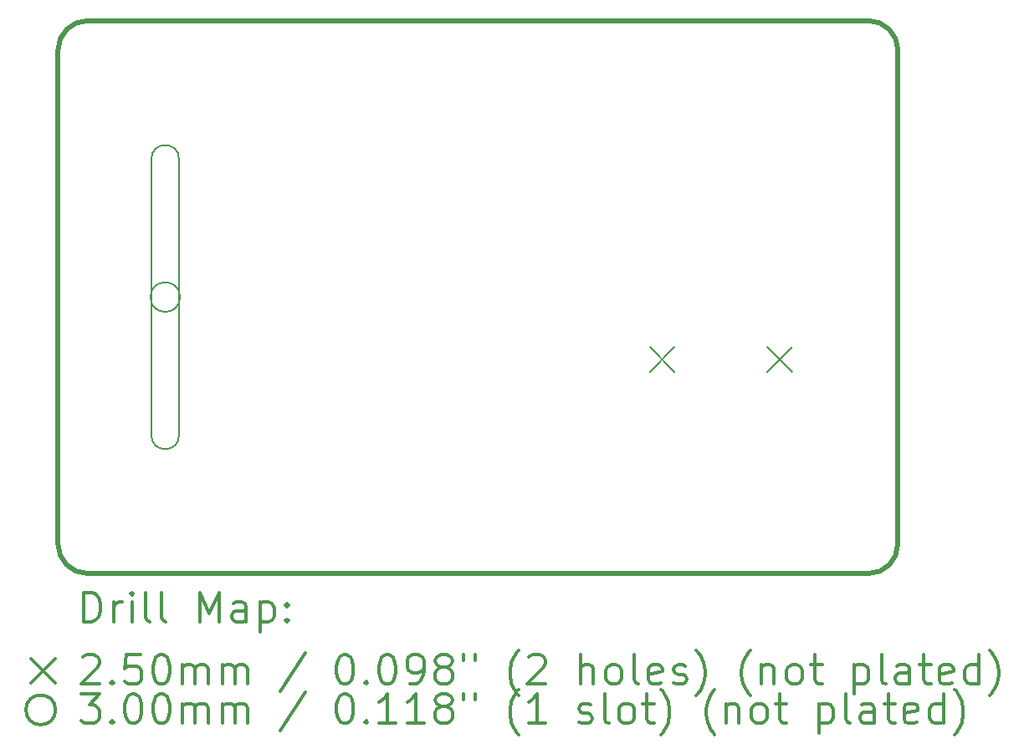
<source format=gbr>
%FSLAX45Y45*%
G04 Gerber Fmt 4.5, Leading zero omitted, Abs format (unit mm)*
G04 Created by KiCad (PCBNEW 5.1.6-c6e7f7d~87~ubuntu18.04.1) date 2020-07-27 17:04:36*
%MOMM*%
%LPD*%
G01*
G04 APERTURE LIST*
%TA.AperFunction,Profile*%
%ADD10C,0.500000*%
%TD*%
%ADD11C,0.200000*%
%ADD12C,0.300000*%
G04 APERTURE END LIST*
D10*
X8200000Y0D02*
X300000Y0D01*
X8200000Y5600000D02*
X300000Y5600000D01*
X300000Y0D02*
G75*
G02*
X0Y300000I0J300000D01*
G01*
X0Y300000D02*
X0Y5300000D01*
X0Y5300000D02*
G75*
G02*
X300000Y5600000I300000J0D01*
G01*
X8200000Y5600000D02*
G75*
G02*
X8500000Y5300000I0J-300000D01*
G01*
X8500000Y300000D02*
G75*
G02*
X8200000Y0I-300000J0D01*
G01*
X8500000Y5300000D02*
X8500000Y300000D01*
D11*
X5990000Y2295000D02*
X6240000Y2045000D01*
X6240000Y2295000D02*
X5990000Y2045000D01*
X7180000Y2295000D02*
X7430000Y2045000D01*
X7430000Y2295000D02*
X7180000Y2045000D01*
X1235000Y2800000D02*
G75*
G03*
X1235000Y2800000I-150000J0D01*
G01*
X1225000Y1400000D02*
X1225000Y4200000D01*
X945000Y1400000D02*
X945000Y4200000D01*
X1225000Y4200000D02*
G75*
G03*
X945000Y4200000I-140000J0D01*
G01*
X945000Y1400000D02*
G75*
G03*
X1225000Y1400000I140000J0D01*
G01*
D12*
X261428Y-490714D02*
X261428Y-190714D01*
X332857Y-190714D01*
X375714Y-205000D01*
X404285Y-233571D01*
X418571Y-262143D01*
X432857Y-319286D01*
X432857Y-362143D01*
X418571Y-419286D01*
X404285Y-447857D01*
X375714Y-476429D01*
X332857Y-490714D01*
X261428Y-490714D01*
X561428Y-490714D02*
X561428Y-290714D01*
X561428Y-347857D02*
X575714Y-319286D01*
X590000Y-305000D01*
X618571Y-290714D01*
X647143Y-290714D01*
X747143Y-490714D02*
X747143Y-290714D01*
X747143Y-190714D02*
X732857Y-205000D01*
X747143Y-219286D01*
X761428Y-205000D01*
X747143Y-190714D01*
X747143Y-219286D01*
X932857Y-490714D02*
X904285Y-476429D01*
X890000Y-447857D01*
X890000Y-190714D01*
X1090000Y-490714D02*
X1061428Y-476429D01*
X1047143Y-447857D01*
X1047143Y-190714D01*
X1432857Y-490714D02*
X1432857Y-190714D01*
X1532857Y-405000D01*
X1632857Y-190714D01*
X1632857Y-490714D01*
X1904285Y-490714D02*
X1904285Y-333572D01*
X1890000Y-305000D01*
X1861428Y-290714D01*
X1804285Y-290714D01*
X1775714Y-305000D01*
X1904285Y-476429D02*
X1875714Y-490714D01*
X1804285Y-490714D01*
X1775714Y-476429D01*
X1761428Y-447857D01*
X1761428Y-419286D01*
X1775714Y-390714D01*
X1804285Y-376429D01*
X1875714Y-376429D01*
X1904285Y-362143D01*
X2047143Y-290714D02*
X2047143Y-590714D01*
X2047143Y-305000D02*
X2075714Y-290714D01*
X2132857Y-290714D01*
X2161428Y-305000D01*
X2175714Y-319286D01*
X2190000Y-347857D01*
X2190000Y-433571D01*
X2175714Y-462143D01*
X2161428Y-476429D01*
X2132857Y-490714D01*
X2075714Y-490714D01*
X2047143Y-476429D01*
X2318571Y-462143D02*
X2332857Y-476429D01*
X2318571Y-490714D01*
X2304286Y-476429D01*
X2318571Y-462143D01*
X2318571Y-490714D01*
X2318571Y-305000D02*
X2332857Y-319286D01*
X2318571Y-333572D01*
X2304286Y-319286D01*
X2318571Y-305000D01*
X2318571Y-333572D01*
X-275000Y-860000D02*
X-25000Y-1110000D01*
X-25000Y-860000D02*
X-275000Y-1110000D01*
X247143Y-849286D02*
X261428Y-835000D01*
X290000Y-820714D01*
X361428Y-820714D01*
X390000Y-835000D01*
X404285Y-849286D01*
X418571Y-877857D01*
X418571Y-906429D01*
X404285Y-949286D01*
X232857Y-1120714D01*
X418571Y-1120714D01*
X547143Y-1092143D02*
X561428Y-1106429D01*
X547143Y-1120714D01*
X532857Y-1106429D01*
X547143Y-1092143D01*
X547143Y-1120714D01*
X832857Y-820714D02*
X690000Y-820714D01*
X675714Y-963571D01*
X690000Y-949286D01*
X718571Y-935000D01*
X790000Y-935000D01*
X818571Y-949286D01*
X832857Y-963571D01*
X847143Y-992143D01*
X847143Y-1063572D01*
X832857Y-1092143D01*
X818571Y-1106429D01*
X790000Y-1120714D01*
X718571Y-1120714D01*
X690000Y-1106429D01*
X675714Y-1092143D01*
X1032857Y-820714D02*
X1061428Y-820714D01*
X1090000Y-835000D01*
X1104286Y-849286D01*
X1118571Y-877857D01*
X1132857Y-935000D01*
X1132857Y-1006429D01*
X1118571Y-1063572D01*
X1104286Y-1092143D01*
X1090000Y-1106429D01*
X1061428Y-1120714D01*
X1032857Y-1120714D01*
X1004285Y-1106429D01*
X990000Y-1092143D01*
X975714Y-1063572D01*
X961428Y-1006429D01*
X961428Y-935000D01*
X975714Y-877857D01*
X990000Y-849286D01*
X1004285Y-835000D01*
X1032857Y-820714D01*
X1261428Y-1120714D02*
X1261428Y-920714D01*
X1261428Y-949286D02*
X1275714Y-935000D01*
X1304286Y-920714D01*
X1347143Y-920714D01*
X1375714Y-935000D01*
X1390000Y-963571D01*
X1390000Y-1120714D01*
X1390000Y-963571D02*
X1404285Y-935000D01*
X1432857Y-920714D01*
X1475714Y-920714D01*
X1504285Y-935000D01*
X1518571Y-963571D01*
X1518571Y-1120714D01*
X1661428Y-1120714D02*
X1661428Y-920714D01*
X1661428Y-949286D02*
X1675714Y-935000D01*
X1704285Y-920714D01*
X1747143Y-920714D01*
X1775714Y-935000D01*
X1790000Y-963571D01*
X1790000Y-1120714D01*
X1790000Y-963571D02*
X1804285Y-935000D01*
X1832857Y-920714D01*
X1875714Y-920714D01*
X1904285Y-935000D01*
X1918571Y-963571D01*
X1918571Y-1120714D01*
X2504286Y-806429D02*
X2247143Y-1192143D01*
X2890000Y-820714D02*
X2918571Y-820714D01*
X2947143Y-835000D01*
X2961428Y-849286D01*
X2975714Y-877857D01*
X2990000Y-935000D01*
X2990000Y-1006429D01*
X2975714Y-1063572D01*
X2961428Y-1092143D01*
X2947143Y-1106429D01*
X2918571Y-1120714D01*
X2890000Y-1120714D01*
X2861428Y-1106429D01*
X2847143Y-1092143D01*
X2832857Y-1063572D01*
X2818571Y-1006429D01*
X2818571Y-935000D01*
X2832857Y-877857D01*
X2847143Y-849286D01*
X2861428Y-835000D01*
X2890000Y-820714D01*
X3118571Y-1092143D02*
X3132857Y-1106429D01*
X3118571Y-1120714D01*
X3104285Y-1106429D01*
X3118571Y-1092143D01*
X3118571Y-1120714D01*
X3318571Y-820714D02*
X3347143Y-820714D01*
X3375714Y-835000D01*
X3390000Y-849286D01*
X3404285Y-877857D01*
X3418571Y-935000D01*
X3418571Y-1006429D01*
X3404285Y-1063572D01*
X3390000Y-1092143D01*
X3375714Y-1106429D01*
X3347143Y-1120714D01*
X3318571Y-1120714D01*
X3290000Y-1106429D01*
X3275714Y-1092143D01*
X3261428Y-1063572D01*
X3247143Y-1006429D01*
X3247143Y-935000D01*
X3261428Y-877857D01*
X3275714Y-849286D01*
X3290000Y-835000D01*
X3318571Y-820714D01*
X3561428Y-1120714D02*
X3618571Y-1120714D01*
X3647143Y-1106429D01*
X3661428Y-1092143D01*
X3690000Y-1049286D01*
X3704285Y-992143D01*
X3704285Y-877857D01*
X3690000Y-849286D01*
X3675714Y-835000D01*
X3647143Y-820714D01*
X3590000Y-820714D01*
X3561428Y-835000D01*
X3547143Y-849286D01*
X3532857Y-877857D01*
X3532857Y-949286D01*
X3547143Y-977857D01*
X3561428Y-992143D01*
X3590000Y-1006429D01*
X3647143Y-1006429D01*
X3675714Y-992143D01*
X3690000Y-977857D01*
X3704285Y-949286D01*
X3875714Y-949286D02*
X3847143Y-935000D01*
X3832857Y-920714D01*
X3818571Y-892143D01*
X3818571Y-877857D01*
X3832857Y-849286D01*
X3847143Y-835000D01*
X3875714Y-820714D01*
X3932857Y-820714D01*
X3961428Y-835000D01*
X3975714Y-849286D01*
X3990000Y-877857D01*
X3990000Y-892143D01*
X3975714Y-920714D01*
X3961428Y-935000D01*
X3932857Y-949286D01*
X3875714Y-949286D01*
X3847143Y-963571D01*
X3832857Y-977857D01*
X3818571Y-1006429D01*
X3818571Y-1063572D01*
X3832857Y-1092143D01*
X3847143Y-1106429D01*
X3875714Y-1120714D01*
X3932857Y-1120714D01*
X3961428Y-1106429D01*
X3975714Y-1092143D01*
X3990000Y-1063572D01*
X3990000Y-1006429D01*
X3975714Y-977857D01*
X3961428Y-963571D01*
X3932857Y-949286D01*
X4104285Y-820714D02*
X4104285Y-877857D01*
X4218571Y-820714D02*
X4218571Y-877857D01*
X4661428Y-1235000D02*
X4647143Y-1220714D01*
X4618571Y-1177857D01*
X4604286Y-1149286D01*
X4590000Y-1106429D01*
X4575714Y-1035000D01*
X4575714Y-977857D01*
X4590000Y-906429D01*
X4604286Y-863571D01*
X4618571Y-835000D01*
X4647143Y-792143D01*
X4661428Y-777857D01*
X4761428Y-849286D02*
X4775714Y-835000D01*
X4804286Y-820714D01*
X4875714Y-820714D01*
X4904286Y-835000D01*
X4918571Y-849286D01*
X4932857Y-877857D01*
X4932857Y-906429D01*
X4918571Y-949286D01*
X4747143Y-1120714D01*
X4932857Y-1120714D01*
X5290000Y-1120714D02*
X5290000Y-820714D01*
X5418571Y-1120714D02*
X5418571Y-963571D01*
X5404286Y-935000D01*
X5375714Y-920714D01*
X5332857Y-920714D01*
X5304286Y-935000D01*
X5290000Y-949286D01*
X5604285Y-1120714D02*
X5575714Y-1106429D01*
X5561428Y-1092143D01*
X5547143Y-1063572D01*
X5547143Y-977857D01*
X5561428Y-949286D01*
X5575714Y-935000D01*
X5604285Y-920714D01*
X5647143Y-920714D01*
X5675714Y-935000D01*
X5690000Y-949286D01*
X5704285Y-977857D01*
X5704285Y-1063572D01*
X5690000Y-1092143D01*
X5675714Y-1106429D01*
X5647143Y-1120714D01*
X5604285Y-1120714D01*
X5875714Y-1120714D02*
X5847143Y-1106429D01*
X5832857Y-1077857D01*
X5832857Y-820714D01*
X6104285Y-1106429D02*
X6075714Y-1120714D01*
X6018571Y-1120714D01*
X5990000Y-1106429D01*
X5975714Y-1077857D01*
X5975714Y-963571D01*
X5990000Y-935000D01*
X6018571Y-920714D01*
X6075714Y-920714D01*
X6104285Y-935000D01*
X6118571Y-963571D01*
X6118571Y-992143D01*
X5975714Y-1020714D01*
X6232857Y-1106429D02*
X6261428Y-1120714D01*
X6318571Y-1120714D01*
X6347143Y-1106429D01*
X6361428Y-1077857D01*
X6361428Y-1063572D01*
X6347143Y-1035000D01*
X6318571Y-1020714D01*
X6275714Y-1020714D01*
X6247143Y-1006429D01*
X6232857Y-977857D01*
X6232857Y-963571D01*
X6247143Y-935000D01*
X6275714Y-920714D01*
X6318571Y-920714D01*
X6347143Y-935000D01*
X6461428Y-1235000D02*
X6475714Y-1220714D01*
X6504285Y-1177857D01*
X6518571Y-1149286D01*
X6532857Y-1106429D01*
X6547143Y-1035000D01*
X6547143Y-977857D01*
X6532857Y-906429D01*
X6518571Y-863571D01*
X6504285Y-835000D01*
X6475714Y-792143D01*
X6461428Y-777857D01*
X7004285Y-1235000D02*
X6990000Y-1220714D01*
X6961428Y-1177857D01*
X6947143Y-1149286D01*
X6932857Y-1106429D01*
X6918571Y-1035000D01*
X6918571Y-977857D01*
X6932857Y-906429D01*
X6947143Y-863571D01*
X6961428Y-835000D01*
X6990000Y-792143D01*
X7004285Y-777857D01*
X7118571Y-920714D02*
X7118571Y-1120714D01*
X7118571Y-949286D02*
X7132857Y-935000D01*
X7161428Y-920714D01*
X7204285Y-920714D01*
X7232857Y-935000D01*
X7247143Y-963571D01*
X7247143Y-1120714D01*
X7432857Y-1120714D02*
X7404285Y-1106429D01*
X7390000Y-1092143D01*
X7375714Y-1063572D01*
X7375714Y-977857D01*
X7390000Y-949286D01*
X7404285Y-935000D01*
X7432857Y-920714D01*
X7475714Y-920714D01*
X7504285Y-935000D01*
X7518571Y-949286D01*
X7532857Y-977857D01*
X7532857Y-1063572D01*
X7518571Y-1092143D01*
X7504285Y-1106429D01*
X7475714Y-1120714D01*
X7432857Y-1120714D01*
X7618571Y-920714D02*
X7732857Y-920714D01*
X7661428Y-820714D02*
X7661428Y-1077857D01*
X7675714Y-1106429D01*
X7704285Y-1120714D01*
X7732857Y-1120714D01*
X8061428Y-920714D02*
X8061428Y-1220714D01*
X8061428Y-935000D02*
X8090000Y-920714D01*
X8147143Y-920714D01*
X8175714Y-935000D01*
X8190000Y-949286D01*
X8204285Y-977857D01*
X8204285Y-1063572D01*
X8190000Y-1092143D01*
X8175714Y-1106429D01*
X8147143Y-1120714D01*
X8090000Y-1120714D01*
X8061428Y-1106429D01*
X8375714Y-1120714D02*
X8347143Y-1106429D01*
X8332857Y-1077857D01*
X8332857Y-820714D01*
X8618571Y-1120714D02*
X8618571Y-963571D01*
X8604286Y-935000D01*
X8575714Y-920714D01*
X8518571Y-920714D01*
X8490000Y-935000D01*
X8618571Y-1106429D02*
X8590000Y-1120714D01*
X8518571Y-1120714D01*
X8490000Y-1106429D01*
X8475714Y-1077857D01*
X8475714Y-1049286D01*
X8490000Y-1020714D01*
X8518571Y-1006429D01*
X8590000Y-1006429D01*
X8618571Y-992143D01*
X8718571Y-920714D02*
X8832857Y-920714D01*
X8761428Y-820714D02*
X8761428Y-1077857D01*
X8775714Y-1106429D01*
X8804286Y-1120714D01*
X8832857Y-1120714D01*
X9047143Y-1106429D02*
X9018571Y-1120714D01*
X8961428Y-1120714D01*
X8932857Y-1106429D01*
X8918571Y-1077857D01*
X8918571Y-963571D01*
X8932857Y-935000D01*
X8961428Y-920714D01*
X9018571Y-920714D01*
X9047143Y-935000D01*
X9061428Y-963571D01*
X9061428Y-992143D01*
X8918571Y-1020714D01*
X9318571Y-1120714D02*
X9318571Y-820714D01*
X9318571Y-1106429D02*
X9290000Y-1120714D01*
X9232857Y-1120714D01*
X9204286Y-1106429D01*
X9190000Y-1092143D01*
X9175714Y-1063572D01*
X9175714Y-977857D01*
X9190000Y-949286D01*
X9204286Y-935000D01*
X9232857Y-920714D01*
X9290000Y-920714D01*
X9318571Y-935000D01*
X9432857Y-1235000D02*
X9447143Y-1220714D01*
X9475714Y-1177857D01*
X9490000Y-1149286D01*
X9504286Y-1106429D01*
X9518571Y-1035000D01*
X9518571Y-977857D01*
X9504286Y-906429D01*
X9490000Y-863571D01*
X9475714Y-835000D01*
X9447143Y-792143D01*
X9432857Y-777857D01*
X-25000Y-1381000D02*
G75*
G03*
X-25000Y-1381000I-150000J0D01*
G01*
X232857Y-1216714D02*
X418571Y-1216714D01*
X318571Y-1331000D01*
X361428Y-1331000D01*
X390000Y-1345286D01*
X404285Y-1359572D01*
X418571Y-1388143D01*
X418571Y-1459571D01*
X404285Y-1488143D01*
X390000Y-1502429D01*
X361428Y-1516714D01*
X275714Y-1516714D01*
X247143Y-1502429D01*
X232857Y-1488143D01*
X547143Y-1488143D02*
X561428Y-1502429D01*
X547143Y-1516714D01*
X532857Y-1502429D01*
X547143Y-1488143D01*
X547143Y-1516714D01*
X747143Y-1216714D02*
X775714Y-1216714D01*
X804285Y-1231000D01*
X818571Y-1245286D01*
X832857Y-1273857D01*
X847143Y-1331000D01*
X847143Y-1402429D01*
X832857Y-1459571D01*
X818571Y-1488143D01*
X804285Y-1502429D01*
X775714Y-1516714D01*
X747143Y-1516714D01*
X718571Y-1502429D01*
X704285Y-1488143D01*
X690000Y-1459571D01*
X675714Y-1402429D01*
X675714Y-1331000D01*
X690000Y-1273857D01*
X704285Y-1245286D01*
X718571Y-1231000D01*
X747143Y-1216714D01*
X1032857Y-1216714D02*
X1061428Y-1216714D01*
X1090000Y-1231000D01*
X1104286Y-1245286D01*
X1118571Y-1273857D01*
X1132857Y-1331000D01*
X1132857Y-1402429D01*
X1118571Y-1459571D01*
X1104286Y-1488143D01*
X1090000Y-1502429D01*
X1061428Y-1516714D01*
X1032857Y-1516714D01*
X1004285Y-1502429D01*
X990000Y-1488143D01*
X975714Y-1459571D01*
X961428Y-1402429D01*
X961428Y-1331000D01*
X975714Y-1273857D01*
X990000Y-1245286D01*
X1004285Y-1231000D01*
X1032857Y-1216714D01*
X1261428Y-1516714D02*
X1261428Y-1316714D01*
X1261428Y-1345286D02*
X1275714Y-1331000D01*
X1304286Y-1316714D01*
X1347143Y-1316714D01*
X1375714Y-1331000D01*
X1390000Y-1359572D01*
X1390000Y-1516714D01*
X1390000Y-1359572D02*
X1404285Y-1331000D01*
X1432857Y-1316714D01*
X1475714Y-1316714D01*
X1504285Y-1331000D01*
X1518571Y-1359572D01*
X1518571Y-1516714D01*
X1661428Y-1516714D02*
X1661428Y-1316714D01*
X1661428Y-1345286D02*
X1675714Y-1331000D01*
X1704285Y-1316714D01*
X1747143Y-1316714D01*
X1775714Y-1331000D01*
X1790000Y-1359572D01*
X1790000Y-1516714D01*
X1790000Y-1359572D02*
X1804285Y-1331000D01*
X1832857Y-1316714D01*
X1875714Y-1316714D01*
X1904285Y-1331000D01*
X1918571Y-1359572D01*
X1918571Y-1516714D01*
X2504286Y-1202429D02*
X2247143Y-1588143D01*
X2890000Y-1216714D02*
X2918571Y-1216714D01*
X2947143Y-1231000D01*
X2961428Y-1245286D01*
X2975714Y-1273857D01*
X2990000Y-1331000D01*
X2990000Y-1402429D01*
X2975714Y-1459571D01*
X2961428Y-1488143D01*
X2947143Y-1502429D01*
X2918571Y-1516714D01*
X2890000Y-1516714D01*
X2861428Y-1502429D01*
X2847143Y-1488143D01*
X2832857Y-1459571D01*
X2818571Y-1402429D01*
X2818571Y-1331000D01*
X2832857Y-1273857D01*
X2847143Y-1245286D01*
X2861428Y-1231000D01*
X2890000Y-1216714D01*
X3118571Y-1488143D02*
X3132857Y-1502429D01*
X3118571Y-1516714D01*
X3104285Y-1502429D01*
X3118571Y-1488143D01*
X3118571Y-1516714D01*
X3418571Y-1516714D02*
X3247143Y-1516714D01*
X3332857Y-1516714D02*
X3332857Y-1216714D01*
X3304285Y-1259572D01*
X3275714Y-1288143D01*
X3247143Y-1302429D01*
X3704285Y-1516714D02*
X3532857Y-1516714D01*
X3618571Y-1516714D02*
X3618571Y-1216714D01*
X3590000Y-1259572D01*
X3561428Y-1288143D01*
X3532857Y-1302429D01*
X3875714Y-1345286D02*
X3847143Y-1331000D01*
X3832857Y-1316714D01*
X3818571Y-1288143D01*
X3818571Y-1273857D01*
X3832857Y-1245286D01*
X3847143Y-1231000D01*
X3875714Y-1216714D01*
X3932857Y-1216714D01*
X3961428Y-1231000D01*
X3975714Y-1245286D01*
X3990000Y-1273857D01*
X3990000Y-1288143D01*
X3975714Y-1316714D01*
X3961428Y-1331000D01*
X3932857Y-1345286D01*
X3875714Y-1345286D01*
X3847143Y-1359572D01*
X3832857Y-1373857D01*
X3818571Y-1402429D01*
X3818571Y-1459571D01*
X3832857Y-1488143D01*
X3847143Y-1502429D01*
X3875714Y-1516714D01*
X3932857Y-1516714D01*
X3961428Y-1502429D01*
X3975714Y-1488143D01*
X3990000Y-1459571D01*
X3990000Y-1402429D01*
X3975714Y-1373857D01*
X3961428Y-1359572D01*
X3932857Y-1345286D01*
X4104285Y-1216714D02*
X4104285Y-1273857D01*
X4218571Y-1216714D02*
X4218571Y-1273857D01*
X4661428Y-1631000D02*
X4647143Y-1616714D01*
X4618571Y-1573857D01*
X4604286Y-1545286D01*
X4590000Y-1502429D01*
X4575714Y-1431000D01*
X4575714Y-1373857D01*
X4590000Y-1302429D01*
X4604286Y-1259572D01*
X4618571Y-1231000D01*
X4647143Y-1188143D01*
X4661428Y-1173857D01*
X4932857Y-1516714D02*
X4761428Y-1516714D01*
X4847143Y-1516714D02*
X4847143Y-1216714D01*
X4818571Y-1259572D01*
X4790000Y-1288143D01*
X4761428Y-1302429D01*
X5275714Y-1502429D02*
X5304286Y-1516714D01*
X5361428Y-1516714D01*
X5390000Y-1502429D01*
X5404286Y-1473857D01*
X5404286Y-1459571D01*
X5390000Y-1431000D01*
X5361428Y-1416714D01*
X5318571Y-1416714D01*
X5290000Y-1402429D01*
X5275714Y-1373857D01*
X5275714Y-1359572D01*
X5290000Y-1331000D01*
X5318571Y-1316714D01*
X5361428Y-1316714D01*
X5390000Y-1331000D01*
X5575714Y-1516714D02*
X5547143Y-1502429D01*
X5532857Y-1473857D01*
X5532857Y-1216714D01*
X5732857Y-1516714D02*
X5704285Y-1502429D01*
X5690000Y-1488143D01*
X5675714Y-1459571D01*
X5675714Y-1373857D01*
X5690000Y-1345286D01*
X5704285Y-1331000D01*
X5732857Y-1316714D01*
X5775714Y-1316714D01*
X5804285Y-1331000D01*
X5818571Y-1345286D01*
X5832857Y-1373857D01*
X5832857Y-1459571D01*
X5818571Y-1488143D01*
X5804285Y-1502429D01*
X5775714Y-1516714D01*
X5732857Y-1516714D01*
X5918571Y-1316714D02*
X6032857Y-1316714D01*
X5961428Y-1216714D02*
X5961428Y-1473857D01*
X5975714Y-1502429D01*
X6004285Y-1516714D01*
X6032857Y-1516714D01*
X6104285Y-1631000D02*
X6118571Y-1616714D01*
X6147143Y-1573857D01*
X6161428Y-1545286D01*
X6175714Y-1502429D01*
X6190000Y-1431000D01*
X6190000Y-1373857D01*
X6175714Y-1302429D01*
X6161428Y-1259572D01*
X6147143Y-1231000D01*
X6118571Y-1188143D01*
X6104285Y-1173857D01*
X6647143Y-1631000D02*
X6632857Y-1616714D01*
X6604285Y-1573857D01*
X6590000Y-1545286D01*
X6575714Y-1502429D01*
X6561428Y-1431000D01*
X6561428Y-1373857D01*
X6575714Y-1302429D01*
X6590000Y-1259572D01*
X6604285Y-1231000D01*
X6632857Y-1188143D01*
X6647143Y-1173857D01*
X6761428Y-1316714D02*
X6761428Y-1516714D01*
X6761428Y-1345286D02*
X6775714Y-1331000D01*
X6804285Y-1316714D01*
X6847143Y-1316714D01*
X6875714Y-1331000D01*
X6890000Y-1359572D01*
X6890000Y-1516714D01*
X7075714Y-1516714D02*
X7047143Y-1502429D01*
X7032857Y-1488143D01*
X7018571Y-1459571D01*
X7018571Y-1373857D01*
X7032857Y-1345286D01*
X7047143Y-1331000D01*
X7075714Y-1316714D01*
X7118571Y-1316714D01*
X7147143Y-1331000D01*
X7161428Y-1345286D01*
X7175714Y-1373857D01*
X7175714Y-1459571D01*
X7161428Y-1488143D01*
X7147143Y-1502429D01*
X7118571Y-1516714D01*
X7075714Y-1516714D01*
X7261428Y-1316714D02*
X7375714Y-1316714D01*
X7304285Y-1216714D02*
X7304285Y-1473857D01*
X7318571Y-1502429D01*
X7347143Y-1516714D01*
X7375714Y-1516714D01*
X7704285Y-1316714D02*
X7704285Y-1616714D01*
X7704285Y-1331000D02*
X7732857Y-1316714D01*
X7790000Y-1316714D01*
X7818571Y-1331000D01*
X7832857Y-1345286D01*
X7847143Y-1373857D01*
X7847143Y-1459571D01*
X7832857Y-1488143D01*
X7818571Y-1502429D01*
X7790000Y-1516714D01*
X7732857Y-1516714D01*
X7704285Y-1502429D01*
X8018571Y-1516714D02*
X7990000Y-1502429D01*
X7975714Y-1473857D01*
X7975714Y-1216714D01*
X8261428Y-1516714D02*
X8261428Y-1359572D01*
X8247143Y-1331000D01*
X8218571Y-1316714D01*
X8161428Y-1316714D01*
X8132857Y-1331000D01*
X8261428Y-1502429D02*
X8232857Y-1516714D01*
X8161428Y-1516714D01*
X8132857Y-1502429D01*
X8118571Y-1473857D01*
X8118571Y-1445286D01*
X8132857Y-1416714D01*
X8161428Y-1402429D01*
X8232857Y-1402429D01*
X8261428Y-1388143D01*
X8361428Y-1316714D02*
X8475714Y-1316714D01*
X8404286Y-1216714D02*
X8404286Y-1473857D01*
X8418571Y-1502429D01*
X8447143Y-1516714D01*
X8475714Y-1516714D01*
X8690000Y-1502429D02*
X8661428Y-1516714D01*
X8604286Y-1516714D01*
X8575714Y-1502429D01*
X8561428Y-1473857D01*
X8561428Y-1359572D01*
X8575714Y-1331000D01*
X8604286Y-1316714D01*
X8661428Y-1316714D01*
X8690000Y-1331000D01*
X8704286Y-1359572D01*
X8704286Y-1388143D01*
X8561428Y-1416714D01*
X8961428Y-1516714D02*
X8961428Y-1216714D01*
X8961428Y-1502429D02*
X8932857Y-1516714D01*
X8875714Y-1516714D01*
X8847143Y-1502429D01*
X8832857Y-1488143D01*
X8818571Y-1459571D01*
X8818571Y-1373857D01*
X8832857Y-1345286D01*
X8847143Y-1331000D01*
X8875714Y-1316714D01*
X8932857Y-1316714D01*
X8961428Y-1331000D01*
X9075714Y-1631000D02*
X9090000Y-1616714D01*
X9118571Y-1573857D01*
X9132857Y-1545286D01*
X9147143Y-1502429D01*
X9161428Y-1431000D01*
X9161428Y-1373857D01*
X9147143Y-1302429D01*
X9132857Y-1259572D01*
X9118571Y-1231000D01*
X9090000Y-1188143D01*
X9075714Y-1173857D01*
M02*

</source>
